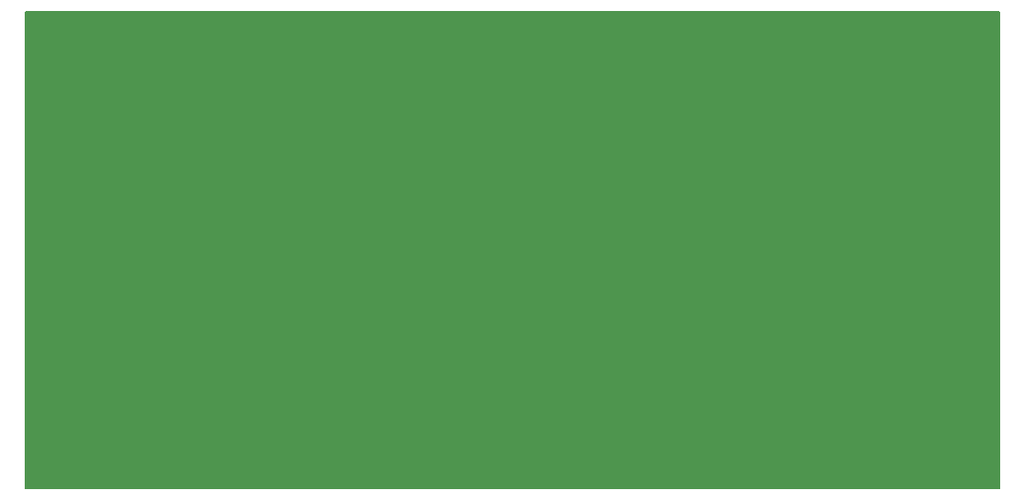
<source format=gbr>
%TF.GenerationSoftware,KiCad,Pcbnew,(6.0.0)*%
%TF.CreationDate,2023-03-06T12:39:07+00:00*%
%TF.ProjectId,VHF_Filter_Board,5648465f-4669-46c7-9465-725f426f6172,rev?*%
%TF.SameCoordinates,Original*%
%TF.FileFunction,Soldermask,Top*%
%TF.FilePolarity,Negative*%
%FSLAX46Y46*%
G04 Gerber Fmt 4.6, Leading zero omitted, Abs format (unit mm)*
G04 Created by KiCad (PCBNEW (6.0.0)) date 2023-03-06 12:39:07*
%MOMM*%
%LPD*%
G01*
G04 APERTURE LIST*
%ADD10C,0.150000*%
%ADD11C,0.800000*%
%ADD12C,7.000000*%
G04 APERTURE END LIST*
D10*
X180000000Y-102000000D02*
X90000000Y-102000000D01*
X90000000Y-102000000D02*
X90000000Y-58000000D01*
X90000000Y-58000000D02*
X180000000Y-58000000D01*
X180000000Y-58000000D02*
X180000000Y-102000000D01*
G36*
X180000000Y-102000000D02*
G01*
X90000000Y-102000000D01*
X90000000Y-58000000D01*
X180000000Y-58000000D01*
X180000000Y-102000000D01*
G37*
X180000000Y-102000000D02*
X90000000Y-102000000D01*
X90000000Y-58000000D01*
X180000000Y-58000000D01*
X180000000Y-102000000D01*
D11*
%TO.C,H1*%
X173518845Y-62143845D03*
X178000000Y-60287690D03*
X174287690Y-60287690D03*
X174287690Y-64000000D03*
X176143845Y-64768845D03*
X178000000Y-64000000D03*
X178768845Y-62143845D03*
D12*
X176143845Y-62143845D03*
D11*
X176143845Y-59518845D03*
%TD*%
%TO.C,H3*%
X178625000Y-98000000D03*
X176000000Y-100625000D03*
D12*
X176000000Y-98000000D03*
D11*
X174143845Y-99856155D03*
X177856155Y-96143845D03*
X177856155Y-99856155D03*
X174143845Y-96143845D03*
X176000000Y-95375000D03*
X173375000Y-98000000D03*
%TD*%
D12*
%TO.C,H4*%
X94000000Y-98000000D03*
D11*
X94000000Y-95375000D03*
X92143845Y-99856155D03*
X91375000Y-98000000D03*
X95856155Y-96143845D03*
X94000000Y-100625000D03*
X96625000Y-98000000D03*
X95856155Y-99856155D03*
X92143845Y-96143845D03*
%TD*%
%TO.C,H2*%
X94000000Y-64625000D03*
X92143845Y-63856155D03*
D12*
X94000000Y-62000000D03*
D11*
X95856155Y-63856155D03*
X91375000Y-62000000D03*
X95856155Y-60143845D03*
X92143845Y-60143845D03*
X94000000Y-59375000D03*
X96625000Y-62000000D03*
%TD*%
M02*

</source>
